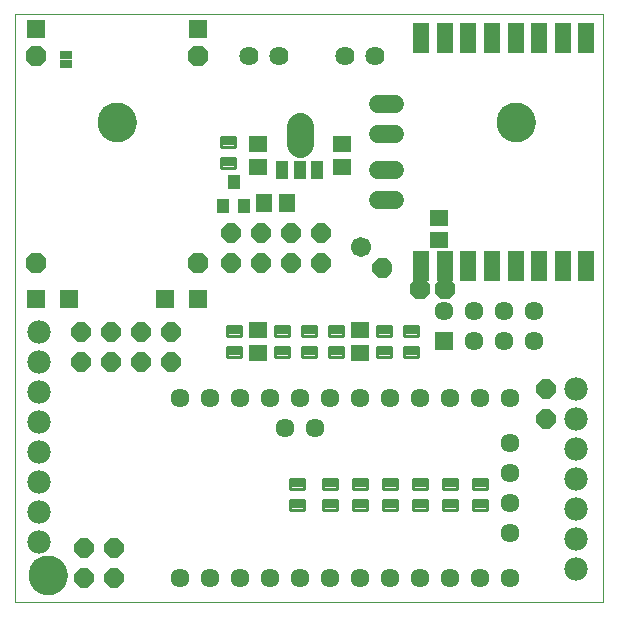
<source format=gts>
G75*
%MOIN*%
%OFA0B0*%
%FSLAX25Y25*%
%IPPOS*%
%LPD*%
%AMOC8*
5,1,8,0,0,1.08239X$1,22.5*
%
%ADD10C,0.00000*%
%ADD11C,0.12998*%
%ADD12R,0.06337X0.06337*%
%ADD13C,0.06337*%
%ADD14C,0.06000*%
%ADD15C,0.01340*%
%ADD16C,0.06700*%
%ADD17R,0.05943X0.05943*%
%ADD18C,0.06400*%
%ADD19OC8,0.06400*%
%ADD20C,0.07800*%
%ADD21C,0.01100*%
%ADD22R,0.06306X0.05518*%
%ADD23R,0.05400X0.10400*%
%ADD24R,0.03900X0.02800*%
%ADD25OC8,0.06700*%
%ADD26C,0.09061*%
%ADD27R,0.04134X0.06201*%
%ADD28R,0.04400X0.04900*%
%ADD29R,0.05518X0.06306*%
D10*
X0001500Y0003000D02*
X0197500Y0003000D01*
X0197500Y0199000D01*
X0001500Y0199000D01*
X0001500Y0003000D01*
X0006201Y0012000D02*
X0006203Y0012158D01*
X0006209Y0012316D01*
X0006219Y0012474D01*
X0006233Y0012632D01*
X0006251Y0012789D01*
X0006272Y0012946D01*
X0006298Y0013102D01*
X0006328Y0013258D01*
X0006361Y0013413D01*
X0006399Y0013566D01*
X0006440Y0013719D01*
X0006485Y0013871D01*
X0006534Y0014022D01*
X0006587Y0014171D01*
X0006643Y0014319D01*
X0006703Y0014465D01*
X0006767Y0014610D01*
X0006835Y0014753D01*
X0006906Y0014895D01*
X0006980Y0015035D01*
X0007058Y0015172D01*
X0007140Y0015308D01*
X0007224Y0015442D01*
X0007313Y0015573D01*
X0007404Y0015702D01*
X0007499Y0015829D01*
X0007596Y0015954D01*
X0007697Y0016076D01*
X0007801Y0016195D01*
X0007908Y0016312D01*
X0008018Y0016426D01*
X0008131Y0016537D01*
X0008246Y0016646D01*
X0008364Y0016751D01*
X0008485Y0016853D01*
X0008608Y0016953D01*
X0008734Y0017049D01*
X0008862Y0017142D01*
X0008992Y0017232D01*
X0009125Y0017318D01*
X0009260Y0017402D01*
X0009396Y0017481D01*
X0009535Y0017558D01*
X0009676Y0017630D01*
X0009818Y0017700D01*
X0009962Y0017765D01*
X0010108Y0017827D01*
X0010255Y0017885D01*
X0010404Y0017940D01*
X0010554Y0017991D01*
X0010705Y0018038D01*
X0010857Y0018081D01*
X0011010Y0018120D01*
X0011165Y0018156D01*
X0011320Y0018187D01*
X0011476Y0018215D01*
X0011632Y0018239D01*
X0011789Y0018259D01*
X0011947Y0018275D01*
X0012104Y0018287D01*
X0012263Y0018295D01*
X0012421Y0018299D01*
X0012579Y0018299D01*
X0012737Y0018295D01*
X0012896Y0018287D01*
X0013053Y0018275D01*
X0013211Y0018259D01*
X0013368Y0018239D01*
X0013524Y0018215D01*
X0013680Y0018187D01*
X0013835Y0018156D01*
X0013990Y0018120D01*
X0014143Y0018081D01*
X0014295Y0018038D01*
X0014446Y0017991D01*
X0014596Y0017940D01*
X0014745Y0017885D01*
X0014892Y0017827D01*
X0015038Y0017765D01*
X0015182Y0017700D01*
X0015324Y0017630D01*
X0015465Y0017558D01*
X0015604Y0017481D01*
X0015740Y0017402D01*
X0015875Y0017318D01*
X0016008Y0017232D01*
X0016138Y0017142D01*
X0016266Y0017049D01*
X0016392Y0016953D01*
X0016515Y0016853D01*
X0016636Y0016751D01*
X0016754Y0016646D01*
X0016869Y0016537D01*
X0016982Y0016426D01*
X0017092Y0016312D01*
X0017199Y0016195D01*
X0017303Y0016076D01*
X0017404Y0015954D01*
X0017501Y0015829D01*
X0017596Y0015702D01*
X0017687Y0015573D01*
X0017776Y0015442D01*
X0017860Y0015308D01*
X0017942Y0015172D01*
X0018020Y0015035D01*
X0018094Y0014895D01*
X0018165Y0014753D01*
X0018233Y0014610D01*
X0018297Y0014465D01*
X0018357Y0014319D01*
X0018413Y0014171D01*
X0018466Y0014022D01*
X0018515Y0013871D01*
X0018560Y0013719D01*
X0018601Y0013566D01*
X0018639Y0013413D01*
X0018672Y0013258D01*
X0018702Y0013102D01*
X0018728Y0012946D01*
X0018749Y0012789D01*
X0018767Y0012632D01*
X0018781Y0012474D01*
X0018791Y0012316D01*
X0018797Y0012158D01*
X0018799Y0012000D01*
X0018797Y0011842D01*
X0018791Y0011684D01*
X0018781Y0011526D01*
X0018767Y0011368D01*
X0018749Y0011211D01*
X0018728Y0011054D01*
X0018702Y0010898D01*
X0018672Y0010742D01*
X0018639Y0010587D01*
X0018601Y0010434D01*
X0018560Y0010281D01*
X0018515Y0010129D01*
X0018466Y0009978D01*
X0018413Y0009829D01*
X0018357Y0009681D01*
X0018297Y0009535D01*
X0018233Y0009390D01*
X0018165Y0009247D01*
X0018094Y0009105D01*
X0018020Y0008965D01*
X0017942Y0008828D01*
X0017860Y0008692D01*
X0017776Y0008558D01*
X0017687Y0008427D01*
X0017596Y0008298D01*
X0017501Y0008171D01*
X0017404Y0008046D01*
X0017303Y0007924D01*
X0017199Y0007805D01*
X0017092Y0007688D01*
X0016982Y0007574D01*
X0016869Y0007463D01*
X0016754Y0007354D01*
X0016636Y0007249D01*
X0016515Y0007147D01*
X0016392Y0007047D01*
X0016266Y0006951D01*
X0016138Y0006858D01*
X0016008Y0006768D01*
X0015875Y0006682D01*
X0015740Y0006598D01*
X0015604Y0006519D01*
X0015465Y0006442D01*
X0015324Y0006370D01*
X0015182Y0006300D01*
X0015038Y0006235D01*
X0014892Y0006173D01*
X0014745Y0006115D01*
X0014596Y0006060D01*
X0014446Y0006009D01*
X0014295Y0005962D01*
X0014143Y0005919D01*
X0013990Y0005880D01*
X0013835Y0005844D01*
X0013680Y0005813D01*
X0013524Y0005785D01*
X0013368Y0005761D01*
X0013211Y0005741D01*
X0013053Y0005725D01*
X0012896Y0005713D01*
X0012737Y0005705D01*
X0012579Y0005701D01*
X0012421Y0005701D01*
X0012263Y0005705D01*
X0012104Y0005713D01*
X0011947Y0005725D01*
X0011789Y0005741D01*
X0011632Y0005761D01*
X0011476Y0005785D01*
X0011320Y0005813D01*
X0011165Y0005844D01*
X0011010Y0005880D01*
X0010857Y0005919D01*
X0010705Y0005962D01*
X0010554Y0006009D01*
X0010404Y0006060D01*
X0010255Y0006115D01*
X0010108Y0006173D01*
X0009962Y0006235D01*
X0009818Y0006300D01*
X0009676Y0006370D01*
X0009535Y0006442D01*
X0009396Y0006519D01*
X0009260Y0006598D01*
X0009125Y0006682D01*
X0008992Y0006768D01*
X0008862Y0006858D01*
X0008734Y0006951D01*
X0008608Y0007047D01*
X0008485Y0007147D01*
X0008364Y0007249D01*
X0008246Y0007354D01*
X0008131Y0007463D01*
X0008018Y0007574D01*
X0007908Y0007688D01*
X0007801Y0007805D01*
X0007697Y0007924D01*
X0007596Y0008046D01*
X0007499Y0008171D01*
X0007404Y0008298D01*
X0007313Y0008427D01*
X0007224Y0008558D01*
X0007140Y0008692D01*
X0007058Y0008828D01*
X0006980Y0008965D01*
X0006906Y0009105D01*
X0006835Y0009247D01*
X0006767Y0009390D01*
X0006703Y0009535D01*
X0006643Y0009681D01*
X0006587Y0009829D01*
X0006534Y0009978D01*
X0006485Y0010129D01*
X0006440Y0010281D01*
X0006399Y0010434D01*
X0006361Y0010587D01*
X0006328Y0010742D01*
X0006298Y0010898D01*
X0006272Y0011054D01*
X0006251Y0011211D01*
X0006233Y0011368D01*
X0006219Y0011526D01*
X0006209Y0011684D01*
X0006203Y0011842D01*
X0006201Y0012000D01*
X0029201Y0163000D02*
X0029203Y0163158D01*
X0029209Y0163316D01*
X0029219Y0163474D01*
X0029233Y0163632D01*
X0029251Y0163789D01*
X0029272Y0163946D01*
X0029298Y0164102D01*
X0029328Y0164258D01*
X0029361Y0164413D01*
X0029399Y0164566D01*
X0029440Y0164719D01*
X0029485Y0164871D01*
X0029534Y0165022D01*
X0029587Y0165171D01*
X0029643Y0165319D01*
X0029703Y0165465D01*
X0029767Y0165610D01*
X0029835Y0165753D01*
X0029906Y0165895D01*
X0029980Y0166035D01*
X0030058Y0166172D01*
X0030140Y0166308D01*
X0030224Y0166442D01*
X0030313Y0166573D01*
X0030404Y0166702D01*
X0030499Y0166829D01*
X0030596Y0166954D01*
X0030697Y0167076D01*
X0030801Y0167195D01*
X0030908Y0167312D01*
X0031018Y0167426D01*
X0031131Y0167537D01*
X0031246Y0167646D01*
X0031364Y0167751D01*
X0031485Y0167853D01*
X0031608Y0167953D01*
X0031734Y0168049D01*
X0031862Y0168142D01*
X0031992Y0168232D01*
X0032125Y0168318D01*
X0032260Y0168402D01*
X0032396Y0168481D01*
X0032535Y0168558D01*
X0032676Y0168630D01*
X0032818Y0168700D01*
X0032962Y0168765D01*
X0033108Y0168827D01*
X0033255Y0168885D01*
X0033404Y0168940D01*
X0033554Y0168991D01*
X0033705Y0169038D01*
X0033857Y0169081D01*
X0034010Y0169120D01*
X0034165Y0169156D01*
X0034320Y0169187D01*
X0034476Y0169215D01*
X0034632Y0169239D01*
X0034789Y0169259D01*
X0034947Y0169275D01*
X0035104Y0169287D01*
X0035263Y0169295D01*
X0035421Y0169299D01*
X0035579Y0169299D01*
X0035737Y0169295D01*
X0035896Y0169287D01*
X0036053Y0169275D01*
X0036211Y0169259D01*
X0036368Y0169239D01*
X0036524Y0169215D01*
X0036680Y0169187D01*
X0036835Y0169156D01*
X0036990Y0169120D01*
X0037143Y0169081D01*
X0037295Y0169038D01*
X0037446Y0168991D01*
X0037596Y0168940D01*
X0037745Y0168885D01*
X0037892Y0168827D01*
X0038038Y0168765D01*
X0038182Y0168700D01*
X0038324Y0168630D01*
X0038465Y0168558D01*
X0038604Y0168481D01*
X0038740Y0168402D01*
X0038875Y0168318D01*
X0039008Y0168232D01*
X0039138Y0168142D01*
X0039266Y0168049D01*
X0039392Y0167953D01*
X0039515Y0167853D01*
X0039636Y0167751D01*
X0039754Y0167646D01*
X0039869Y0167537D01*
X0039982Y0167426D01*
X0040092Y0167312D01*
X0040199Y0167195D01*
X0040303Y0167076D01*
X0040404Y0166954D01*
X0040501Y0166829D01*
X0040596Y0166702D01*
X0040687Y0166573D01*
X0040776Y0166442D01*
X0040860Y0166308D01*
X0040942Y0166172D01*
X0041020Y0166035D01*
X0041094Y0165895D01*
X0041165Y0165753D01*
X0041233Y0165610D01*
X0041297Y0165465D01*
X0041357Y0165319D01*
X0041413Y0165171D01*
X0041466Y0165022D01*
X0041515Y0164871D01*
X0041560Y0164719D01*
X0041601Y0164566D01*
X0041639Y0164413D01*
X0041672Y0164258D01*
X0041702Y0164102D01*
X0041728Y0163946D01*
X0041749Y0163789D01*
X0041767Y0163632D01*
X0041781Y0163474D01*
X0041791Y0163316D01*
X0041797Y0163158D01*
X0041799Y0163000D01*
X0041797Y0162842D01*
X0041791Y0162684D01*
X0041781Y0162526D01*
X0041767Y0162368D01*
X0041749Y0162211D01*
X0041728Y0162054D01*
X0041702Y0161898D01*
X0041672Y0161742D01*
X0041639Y0161587D01*
X0041601Y0161434D01*
X0041560Y0161281D01*
X0041515Y0161129D01*
X0041466Y0160978D01*
X0041413Y0160829D01*
X0041357Y0160681D01*
X0041297Y0160535D01*
X0041233Y0160390D01*
X0041165Y0160247D01*
X0041094Y0160105D01*
X0041020Y0159965D01*
X0040942Y0159828D01*
X0040860Y0159692D01*
X0040776Y0159558D01*
X0040687Y0159427D01*
X0040596Y0159298D01*
X0040501Y0159171D01*
X0040404Y0159046D01*
X0040303Y0158924D01*
X0040199Y0158805D01*
X0040092Y0158688D01*
X0039982Y0158574D01*
X0039869Y0158463D01*
X0039754Y0158354D01*
X0039636Y0158249D01*
X0039515Y0158147D01*
X0039392Y0158047D01*
X0039266Y0157951D01*
X0039138Y0157858D01*
X0039008Y0157768D01*
X0038875Y0157682D01*
X0038740Y0157598D01*
X0038604Y0157519D01*
X0038465Y0157442D01*
X0038324Y0157370D01*
X0038182Y0157300D01*
X0038038Y0157235D01*
X0037892Y0157173D01*
X0037745Y0157115D01*
X0037596Y0157060D01*
X0037446Y0157009D01*
X0037295Y0156962D01*
X0037143Y0156919D01*
X0036990Y0156880D01*
X0036835Y0156844D01*
X0036680Y0156813D01*
X0036524Y0156785D01*
X0036368Y0156761D01*
X0036211Y0156741D01*
X0036053Y0156725D01*
X0035896Y0156713D01*
X0035737Y0156705D01*
X0035579Y0156701D01*
X0035421Y0156701D01*
X0035263Y0156705D01*
X0035104Y0156713D01*
X0034947Y0156725D01*
X0034789Y0156741D01*
X0034632Y0156761D01*
X0034476Y0156785D01*
X0034320Y0156813D01*
X0034165Y0156844D01*
X0034010Y0156880D01*
X0033857Y0156919D01*
X0033705Y0156962D01*
X0033554Y0157009D01*
X0033404Y0157060D01*
X0033255Y0157115D01*
X0033108Y0157173D01*
X0032962Y0157235D01*
X0032818Y0157300D01*
X0032676Y0157370D01*
X0032535Y0157442D01*
X0032396Y0157519D01*
X0032260Y0157598D01*
X0032125Y0157682D01*
X0031992Y0157768D01*
X0031862Y0157858D01*
X0031734Y0157951D01*
X0031608Y0158047D01*
X0031485Y0158147D01*
X0031364Y0158249D01*
X0031246Y0158354D01*
X0031131Y0158463D01*
X0031018Y0158574D01*
X0030908Y0158688D01*
X0030801Y0158805D01*
X0030697Y0158924D01*
X0030596Y0159046D01*
X0030499Y0159171D01*
X0030404Y0159298D01*
X0030313Y0159427D01*
X0030224Y0159558D01*
X0030140Y0159692D01*
X0030058Y0159828D01*
X0029980Y0159965D01*
X0029906Y0160105D01*
X0029835Y0160247D01*
X0029767Y0160390D01*
X0029703Y0160535D01*
X0029643Y0160681D01*
X0029587Y0160829D01*
X0029534Y0160978D01*
X0029485Y0161129D01*
X0029440Y0161281D01*
X0029399Y0161434D01*
X0029361Y0161587D01*
X0029328Y0161742D01*
X0029298Y0161898D01*
X0029272Y0162054D01*
X0029251Y0162211D01*
X0029233Y0162368D01*
X0029219Y0162526D01*
X0029209Y0162684D01*
X0029203Y0162842D01*
X0029201Y0163000D01*
X0162201Y0163000D02*
X0162203Y0163158D01*
X0162209Y0163316D01*
X0162219Y0163474D01*
X0162233Y0163632D01*
X0162251Y0163789D01*
X0162272Y0163946D01*
X0162298Y0164102D01*
X0162328Y0164258D01*
X0162361Y0164413D01*
X0162399Y0164566D01*
X0162440Y0164719D01*
X0162485Y0164871D01*
X0162534Y0165022D01*
X0162587Y0165171D01*
X0162643Y0165319D01*
X0162703Y0165465D01*
X0162767Y0165610D01*
X0162835Y0165753D01*
X0162906Y0165895D01*
X0162980Y0166035D01*
X0163058Y0166172D01*
X0163140Y0166308D01*
X0163224Y0166442D01*
X0163313Y0166573D01*
X0163404Y0166702D01*
X0163499Y0166829D01*
X0163596Y0166954D01*
X0163697Y0167076D01*
X0163801Y0167195D01*
X0163908Y0167312D01*
X0164018Y0167426D01*
X0164131Y0167537D01*
X0164246Y0167646D01*
X0164364Y0167751D01*
X0164485Y0167853D01*
X0164608Y0167953D01*
X0164734Y0168049D01*
X0164862Y0168142D01*
X0164992Y0168232D01*
X0165125Y0168318D01*
X0165260Y0168402D01*
X0165396Y0168481D01*
X0165535Y0168558D01*
X0165676Y0168630D01*
X0165818Y0168700D01*
X0165962Y0168765D01*
X0166108Y0168827D01*
X0166255Y0168885D01*
X0166404Y0168940D01*
X0166554Y0168991D01*
X0166705Y0169038D01*
X0166857Y0169081D01*
X0167010Y0169120D01*
X0167165Y0169156D01*
X0167320Y0169187D01*
X0167476Y0169215D01*
X0167632Y0169239D01*
X0167789Y0169259D01*
X0167947Y0169275D01*
X0168104Y0169287D01*
X0168263Y0169295D01*
X0168421Y0169299D01*
X0168579Y0169299D01*
X0168737Y0169295D01*
X0168896Y0169287D01*
X0169053Y0169275D01*
X0169211Y0169259D01*
X0169368Y0169239D01*
X0169524Y0169215D01*
X0169680Y0169187D01*
X0169835Y0169156D01*
X0169990Y0169120D01*
X0170143Y0169081D01*
X0170295Y0169038D01*
X0170446Y0168991D01*
X0170596Y0168940D01*
X0170745Y0168885D01*
X0170892Y0168827D01*
X0171038Y0168765D01*
X0171182Y0168700D01*
X0171324Y0168630D01*
X0171465Y0168558D01*
X0171604Y0168481D01*
X0171740Y0168402D01*
X0171875Y0168318D01*
X0172008Y0168232D01*
X0172138Y0168142D01*
X0172266Y0168049D01*
X0172392Y0167953D01*
X0172515Y0167853D01*
X0172636Y0167751D01*
X0172754Y0167646D01*
X0172869Y0167537D01*
X0172982Y0167426D01*
X0173092Y0167312D01*
X0173199Y0167195D01*
X0173303Y0167076D01*
X0173404Y0166954D01*
X0173501Y0166829D01*
X0173596Y0166702D01*
X0173687Y0166573D01*
X0173776Y0166442D01*
X0173860Y0166308D01*
X0173942Y0166172D01*
X0174020Y0166035D01*
X0174094Y0165895D01*
X0174165Y0165753D01*
X0174233Y0165610D01*
X0174297Y0165465D01*
X0174357Y0165319D01*
X0174413Y0165171D01*
X0174466Y0165022D01*
X0174515Y0164871D01*
X0174560Y0164719D01*
X0174601Y0164566D01*
X0174639Y0164413D01*
X0174672Y0164258D01*
X0174702Y0164102D01*
X0174728Y0163946D01*
X0174749Y0163789D01*
X0174767Y0163632D01*
X0174781Y0163474D01*
X0174791Y0163316D01*
X0174797Y0163158D01*
X0174799Y0163000D01*
X0174797Y0162842D01*
X0174791Y0162684D01*
X0174781Y0162526D01*
X0174767Y0162368D01*
X0174749Y0162211D01*
X0174728Y0162054D01*
X0174702Y0161898D01*
X0174672Y0161742D01*
X0174639Y0161587D01*
X0174601Y0161434D01*
X0174560Y0161281D01*
X0174515Y0161129D01*
X0174466Y0160978D01*
X0174413Y0160829D01*
X0174357Y0160681D01*
X0174297Y0160535D01*
X0174233Y0160390D01*
X0174165Y0160247D01*
X0174094Y0160105D01*
X0174020Y0159965D01*
X0173942Y0159828D01*
X0173860Y0159692D01*
X0173776Y0159558D01*
X0173687Y0159427D01*
X0173596Y0159298D01*
X0173501Y0159171D01*
X0173404Y0159046D01*
X0173303Y0158924D01*
X0173199Y0158805D01*
X0173092Y0158688D01*
X0172982Y0158574D01*
X0172869Y0158463D01*
X0172754Y0158354D01*
X0172636Y0158249D01*
X0172515Y0158147D01*
X0172392Y0158047D01*
X0172266Y0157951D01*
X0172138Y0157858D01*
X0172008Y0157768D01*
X0171875Y0157682D01*
X0171740Y0157598D01*
X0171604Y0157519D01*
X0171465Y0157442D01*
X0171324Y0157370D01*
X0171182Y0157300D01*
X0171038Y0157235D01*
X0170892Y0157173D01*
X0170745Y0157115D01*
X0170596Y0157060D01*
X0170446Y0157009D01*
X0170295Y0156962D01*
X0170143Y0156919D01*
X0169990Y0156880D01*
X0169835Y0156844D01*
X0169680Y0156813D01*
X0169524Y0156785D01*
X0169368Y0156761D01*
X0169211Y0156741D01*
X0169053Y0156725D01*
X0168896Y0156713D01*
X0168737Y0156705D01*
X0168579Y0156701D01*
X0168421Y0156701D01*
X0168263Y0156705D01*
X0168104Y0156713D01*
X0167947Y0156725D01*
X0167789Y0156741D01*
X0167632Y0156761D01*
X0167476Y0156785D01*
X0167320Y0156813D01*
X0167165Y0156844D01*
X0167010Y0156880D01*
X0166857Y0156919D01*
X0166705Y0156962D01*
X0166554Y0157009D01*
X0166404Y0157060D01*
X0166255Y0157115D01*
X0166108Y0157173D01*
X0165962Y0157235D01*
X0165818Y0157300D01*
X0165676Y0157370D01*
X0165535Y0157442D01*
X0165396Y0157519D01*
X0165260Y0157598D01*
X0165125Y0157682D01*
X0164992Y0157768D01*
X0164862Y0157858D01*
X0164734Y0157951D01*
X0164608Y0158047D01*
X0164485Y0158147D01*
X0164364Y0158249D01*
X0164246Y0158354D01*
X0164131Y0158463D01*
X0164018Y0158574D01*
X0163908Y0158688D01*
X0163801Y0158805D01*
X0163697Y0158924D01*
X0163596Y0159046D01*
X0163499Y0159171D01*
X0163404Y0159298D01*
X0163313Y0159427D01*
X0163224Y0159558D01*
X0163140Y0159692D01*
X0163058Y0159828D01*
X0162980Y0159965D01*
X0162906Y0160105D01*
X0162835Y0160247D01*
X0162767Y0160390D01*
X0162703Y0160535D01*
X0162643Y0160681D01*
X0162587Y0160829D01*
X0162534Y0160978D01*
X0162485Y0161129D01*
X0162440Y0161281D01*
X0162399Y0161434D01*
X0162361Y0161587D01*
X0162328Y0161742D01*
X0162298Y0161898D01*
X0162272Y0162054D01*
X0162251Y0162211D01*
X0162233Y0162368D01*
X0162219Y0162526D01*
X0162209Y0162684D01*
X0162203Y0162842D01*
X0162201Y0163000D01*
D11*
X0168500Y0163000D03*
X0035500Y0163000D03*
X0012500Y0012000D03*
D12*
X0144500Y0090000D03*
D13*
X0144500Y0100000D03*
X0154500Y0100000D03*
X0154500Y0090000D03*
X0164500Y0090000D03*
X0164500Y0100000D03*
X0174500Y0100000D03*
X0174500Y0090000D03*
X0166500Y0071000D03*
X0156500Y0071000D03*
X0146500Y0071000D03*
X0136500Y0071000D03*
X0126500Y0071000D03*
X0116500Y0071000D03*
X0106500Y0071000D03*
X0096500Y0071000D03*
X0086500Y0071000D03*
X0076500Y0071000D03*
X0066500Y0071000D03*
X0056500Y0071000D03*
X0091500Y0061000D03*
X0101500Y0061000D03*
X0096500Y0011000D03*
X0086500Y0011000D03*
X0076500Y0011000D03*
X0066500Y0011000D03*
X0056500Y0011000D03*
X0106500Y0011000D03*
X0116500Y0011000D03*
X0126500Y0011000D03*
X0136500Y0011000D03*
X0146500Y0011000D03*
X0156500Y0011000D03*
X0166500Y0011000D03*
X0166500Y0026000D03*
X0166500Y0036000D03*
X0166500Y0046000D03*
X0166500Y0056000D03*
D14*
X0128300Y0137000D02*
X0122700Y0137000D01*
X0122700Y0147000D02*
X0128300Y0147000D01*
X0128300Y0159000D02*
X0122700Y0159000D01*
X0122700Y0169000D02*
X0128300Y0169000D01*
D15*
X0124476Y0112455D02*
X0125146Y0111785D01*
X0122926Y0111785D01*
X0121357Y0113354D01*
X0121357Y0115574D01*
X0122926Y0117143D01*
X0125146Y0117143D01*
X0126715Y0115574D01*
X0126715Y0113354D01*
X0125146Y0111785D01*
X0124730Y0112790D01*
X0123342Y0112790D01*
X0122362Y0113770D01*
X0122362Y0115158D01*
X0123342Y0116138D01*
X0124730Y0116138D01*
X0125710Y0115158D01*
X0125710Y0113770D01*
X0124730Y0112790D01*
X0124313Y0113795D01*
X0123759Y0113795D01*
X0123367Y0114187D01*
X0123367Y0114741D01*
X0123759Y0115133D01*
X0124313Y0115133D01*
X0124705Y0114741D01*
X0124705Y0114187D01*
X0124313Y0113795D01*
D16*
X0116964Y0121536D03*
D17*
X0062500Y0104100D03*
X0051500Y0104100D03*
X0019500Y0104100D03*
X0008500Y0104100D03*
X0008500Y0194100D03*
X0062500Y0194100D03*
D18*
X0079500Y0185000D03*
X0089500Y0185000D03*
X0111500Y0185000D03*
X0121500Y0185000D03*
D19*
X0103500Y0126000D03*
X0103500Y0116000D03*
X0093500Y0116000D03*
X0093500Y0126000D03*
X0083500Y0126000D03*
X0083500Y0116000D03*
X0073500Y0116000D03*
X0073500Y0126000D03*
X0053500Y0093000D03*
X0053500Y0083000D03*
X0043500Y0083000D03*
X0043500Y0093000D03*
X0033500Y0093000D03*
X0033500Y0083000D03*
X0023500Y0083000D03*
X0023500Y0093000D03*
X0024500Y0021000D03*
X0024500Y0011000D03*
X0034500Y0011000D03*
X0034500Y0021000D03*
X0178500Y0064000D03*
X0178500Y0074000D03*
D20*
X0188500Y0074000D03*
X0188500Y0064000D03*
X0188500Y0054000D03*
X0188500Y0044000D03*
X0188500Y0034000D03*
X0188500Y0024000D03*
X0188500Y0014000D03*
X0009500Y0023000D03*
X0009500Y0033000D03*
X0009500Y0043000D03*
X0009500Y0053000D03*
X0009500Y0063000D03*
X0009500Y0073000D03*
X0009500Y0083000D03*
X0009500Y0093000D03*
D21*
X0070100Y0147850D02*
X0070100Y0151150D01*
X0074900Y0151150D01*
X0074900Y0147850D01*
X0070100Y0147850D01*
X0070100Y0148949D02*
X0074900Y0148949D01*
X0074900Y0150048D02*
X0070100Y0150048D01*
X0070100Y0151147D02*
X0074900Y0151147D01*
X0070100Y0154850D02*
X0070100Y0158150D01*
X0074900Y0158150D01*
X0074900Y0154850D01*
X0070100Y0154850D01*
X0070100Y0155949D02*
X0074900Y0155949D01*
X0074900Y0157048D02*
X0070100Y0157048D01*
X0070100Y0158147D02*
X0074900Y0158147D01*
X0072100Y0095150D02*
X0072100Y0091850D01*
X0072100Y0095150D02*
X0076900Y0095150D01*
X0076900Y0091850D01*
X0072100Y0091850D01*
X0072100Y0092949D02*
X0076900Y0092949D01*
X0076900Y0094048D02*
X0072100Y0094048D01*
X0072100Y0095147D02*
X0076900Y0095147D01*
X0072100Y0088150D02*
X0072100Y0084850D01*
X0072100Y0088150D02*
X0076900Y0088150D01*
X0076900Y0084850D01*
X0072100Y0084850D01*
X0072100Y0085949D02*
X0076900Y0085949D01*
X0076900Y0087048D02*
X0072100Y0087048D01*
X0072100Y0088147D02*
X0076900Y0088147D01*
X0092900Y0088150D02*
X0092900Y0084850D01*
X0088100Y0084850D01*
X0088100Y0088150D01*
X0092900Y0088150D01*
X0092900Y0085949D02*
X0088100Y0085949D01*
X0088100Y0087048D02*
X0092900Y0087048D01*
X0092900Y0088147D02*
X0088100Y0088147D01*
X0092900Y0091850D02*
X0092900Y0095150D01*
X0092900Y0091850D02*
X0088100Y0091850D01*
X0088100Y0095150D01*
X0092900Y0095150D01*
X0092900Y0092949D02*
X0088100Y0092949D01*
X0088100Y0094048D02*
X0092900Y0094048D01*
X0092900Y0095147D02*
X0088100Y0095147D01*
X0097100Y0095150D02*
X0097100Y0091850D01*
X0097100Y0095150D02*
X0101900Y0095150D01*
X0101900Y0091850D01*
X0097100Y0091850D01*
X0097100Y0092949D02*
X0101900Y0092949D01*
X0101900Y0094048D02*
X0097100Y0094048D01*
X0097100Y0095147D02*
X0101900Y0095147D01*
X0106100Y0095150D02*
X0106100Y0091850D01*
X0106100Y0095150D02*
X0110900Y0095150D01*
X0110900Y0091850D01*
X0106100Y0091850D01*
X0106100Y0092949D02*
X0110900Y0092949D01*
X0110900Y0094048D02*
X0106100Y0094048D01*
X0106100Y0095147D02*
X0110900Y0095147D01*
X0106100Y0088150D02*
X0106100Y0084850D01*
X0106100Y0088150D02*
X0110900Y0088150D01*
X0110900Y0084850D01*
X0106100Y0084850D01*
X0106100Y0085949D02*
X0110900Y0085949D01*
X0110900Y0087048D02*
X0106100Y0087048D01*
X0106100Y0088147D02*
X0110900Y0088147D01*
X0097100Y0088150D02*
X0097100Y0084850D01*
X0097100Y0088150D02*
X0101900Y0088150D01*
X0101900Y0084850D01*
X0097100Y0084850D01*
X0097100Y0085949D02*
X0101900Y0085949D01*
X0101900Y0087048D02*
X0097100Y0087048D01*
X0097100Y0088147D02*
X0101900Y0088147D01*
X0126900Y0088150D02*
X0126900Y0084850D01*
X0122100Y0084850D01*
X0122100Y0088150D01*
X0126900Y0088150D01*
X0126900Y0085949D02*
X0122100Y0085949D01*
X0122100Y0087048D02*
X0126900Y0087048D01*
X0126900Y0088147D02*
X0122100Y0088147D01*
X0126900Y0091850D02*
X0126900Y0095150D01*
X0126900Y0091850D02*
X0122100Y0091850D01*
X0122100Y0095150D01*
X0126900Y0095150D01*
X0126900Y0092949D02*
X0122100Y0092949D01*
X0122100Y0094048D02*
X0126900Y0094048D01*
X0126900Y0095147D02*
X0122100Y0095147D01*
X0131100Y0095150D02*
X0131100Y0091850D01*
X0131100Y0095150D02*
X0135900Y0095150D01*
X0135900Y0091850D01*
X0131100Y0091850D01*
X0131100Y0092949D02*
X0135900Y0092949D01*
X0135900Y0094048D02*
X0131100Y0094048D01*
X0131100Y0095147D02*
X0135900Y0095147D01*
X0131100Y0088150D02*
X0131100Y0084850D01*
X0131100Y0088150D02*
X0135900Y0088150D01*
X0135900Y0084850D01*
X0131100Y0084850D01*
X0131100Y0085949D02*
X0135900Y0085949D01*
X0135900Y0087048D02*
X0131100Y0087048D01*
X0131100Y0088147D02*
X0135900Y0088147D01*
X0138900Y0044150D02*
X0138900Y0040850D01*
X0134100Y0040850D01*
X0134100Y0044150D01*
X0138900Y0044150D01*
X0138900Y0041949D02*
X0134100Y0041949D01*
X0134100Y0043048D02*
X0138900Y0043048D01*
X0138900Y0044147D02*
X0134100Y0044147D01*
X0128900Y0044150D02*
X0128900Y0040850D01*
X0124100Y0040850D01*
X0124100Y0044150D01*
X0128900Y0044150D01*
X0128900Y0041949D02*
X0124100Y0041949D01*
X0124100Y0043048D02*
X0128900Y0043048D01*
X0128900Y0044147D02*
X0124100Y0044147D01*
X0118900Y0044150D02*
X0118900Y0040850D01*
X0114100Y0040850D01*
X0114100Y0044150D01*
X0118900Y0044150D01*
X0118900Y0041949D02*
X0114100Y0041949D01*
X0114100Y0043048D02*
X0118900Y0043048D01*
X0118900Y0044147D02*
X0114100Y0044147D01*
X0108900Y0044150D02*
X0108900Y0040850D01*
X0104100Y0040850D01*
X0104100Y0044150D01*
X0108900Y0044150D01*
X0108900Y0041949D02*
X0104100Y0041949D01*
X0104100Y0043048D02*
X0108900Y0043048D01*
X0108900Y0044147D02*
X0104100Y0044147D01*
X0108900Y0037150D02*
X0108900Y0033850D01*
X0104100Y0033850D01*
X0104100Y0037150D01*
X0108900Y0037150D01*
X0108900Y0034949D02*
X0104100Y0034949D01*
X0104100Y0036048D02*
X0108900Y0036048D01*
X0108900Y0037147D02*
X0104100Y0037147D01*
X0097900Y0037150D02*
X0097900Y0033850D01*
X0093100Y0033850D01*
X0093100Y0037150D01*
X0097900Y0037150D01*
X0097900Y0034949D02*
X0093100Y0034949D01*
X0093100Y0036048D02*
X0097900Y0036048D01*
X0097900Y0037147D02*
X0093100Y0037147D01*
X0097900Y0040850D02*
X0097900Y0044150D01*
X0097900Y0040850D02*
X0093100Y0040850D01*
X0093100Y0044150D01*
X0097900Y0044150D01*
X0097900Y0041949D02*
X0093100Y0041949D01*
X0093100Y0043048D02*
X0097900Y0043048D01*
X0097900Y0044147D02*
X0093100Y0044147D01*
X0118900Y0037150D02*
X0118900Y0033850D01*
X0114100Y0033850D01*
X0114100Y0037150D01*
X0118900Y0037150D01*
X0118900Y0034949D02*
X0114100Y0034949D01*
X0114100Y0036048D02*
X0118900Y0036048D01*
X0118900Y0037147D02*
X0114100Y0037147D01*
X0128900Y0037150D02*
X0128900Y0033850D01*
X0124100Y0033850D01*
X0124100Y0037150D01*
X0128900Y0037150D01*
X0128900Y0034949D02*
X0124100Y0034949D01*
X0124100Y0036048D02*
X0128900Y0036048D01*
X0128900Y0037147D02*
X0124100Y0037147D01*
X0138900Y0037150D02*
X0138900Y0033850D01*
X0134100Y0033850D01*
X0134100Y0037150D01*
X0138900Y0037150D01*
X0138900Y0034949D02*
X0134100Y0034949D01*
X0134100Y0036048D02*
X0138900Y0036048D01*
X0138900Y0037147D02*
X0134100Y0037147D01*
X0148900Y0037150D02*
X0148900Y0033850D01*
X0144100Y0033850D01*
X0144100Y0037150D01*
X0148900Y0037150D01*
X0148900Y0034949D02*
X0144100Y0034949D01*
X0144100Y0036048D02*
X0148900Y0036048D01*
X0148900Y0037147D02*
X0144100Y0037147D01*
X0148900Y0040850D02*
X0148900Y0044150D01*
X0148900Y0040850D02*
X0144100Y0040850D01*
X0144100Y0044150D01*
X0148900Y0044150D01*
X0148900Y0041949D02*
X0144100Y0041949D01*
X0144100Y0043048D02*
X0148900Y0043048D01*
X0148900Y0044147D02*
X0144100Y0044147D01*
X0158900Y0044150D02*
X0158900Y0040850D01*
X0154100Y0040850D01*
X0154100Y0044150D01*
X0158900Y0044150D01*
X0158900Y0041949D02*
X0154100Y0041949D01*
X0154100Y0043048D02*
X0158900Y0043048D01*
X0158900Y0044147D02*
X0154100Y0044147D01*
X0158900Y0037150D02*
X0158900Y0033850D01*
X0154100Y0033850D01*
X0154100Y0037150D01*
X0158900Y0037150D01*
X0158900Y0034949D02*
X0154100Y0034949D01*
X0154100Y0036048D02*
X0158900Y0036048D01*
X0158900Y0037147D02*
X0154100Y0037147D01*
D22*
X0116500Y0086260D03*
X0116500Y0093740D03*
X0143000Y0123760D03*
X0143000Y0131240D03*
X0110500Y0148260D03*
X0110500Y0155740D03*
X0082500Y0155740D03*
X0082500Y0148260D03*
X0082500Y0093740D03*
X0082500Y0086260D03*
D23*
X0136941Y0115000D03*
X0144815Y0115000D03*
X0152689Y0115000D03*
X0160563Y0115000D03*
X0168437Y0115000D03*
X0176311Y0115000D03*
X0184185Y0115000D03*
X0192059Y0115000D03*
X0192059Y0191000D03*
X0184185Y0191000D03*
X0176311Y0191000D03*
X0168437Y0191000D03*
X0160563Y0191000D03*
X0152689Y0191000D03*
X0144815Y0191000D03*
X0136941Y0191000D03*
D24*
X0018500Y0185500D03*
X0018500Y0182500D03*
D25*
X0008500Y0185000D03*
X0062500Y0185000D03*
X0062500Y0116000D03*
X0008500Y0116000D03*
X0136500Y0107500D03*
X0144800Y0107500D03*
D26*
X0096500Y0155748D02*
X0096500Y0155748D01*
X0096500Y0161654D01*
X0096500Y0161654D01*
X0096500Y0155748D01*
D27*
X0096500Y0147175D03*
X0090594Y0147175D03*
X0102406Y0147175D03*
D28*
X0078000Y0135000D03*
X0071000Y0135000D03*
X0074500Y0143000D03*
D29*
X0084760Y0136000D03*
X0092240Y0136000D03*
M02*

</source>
